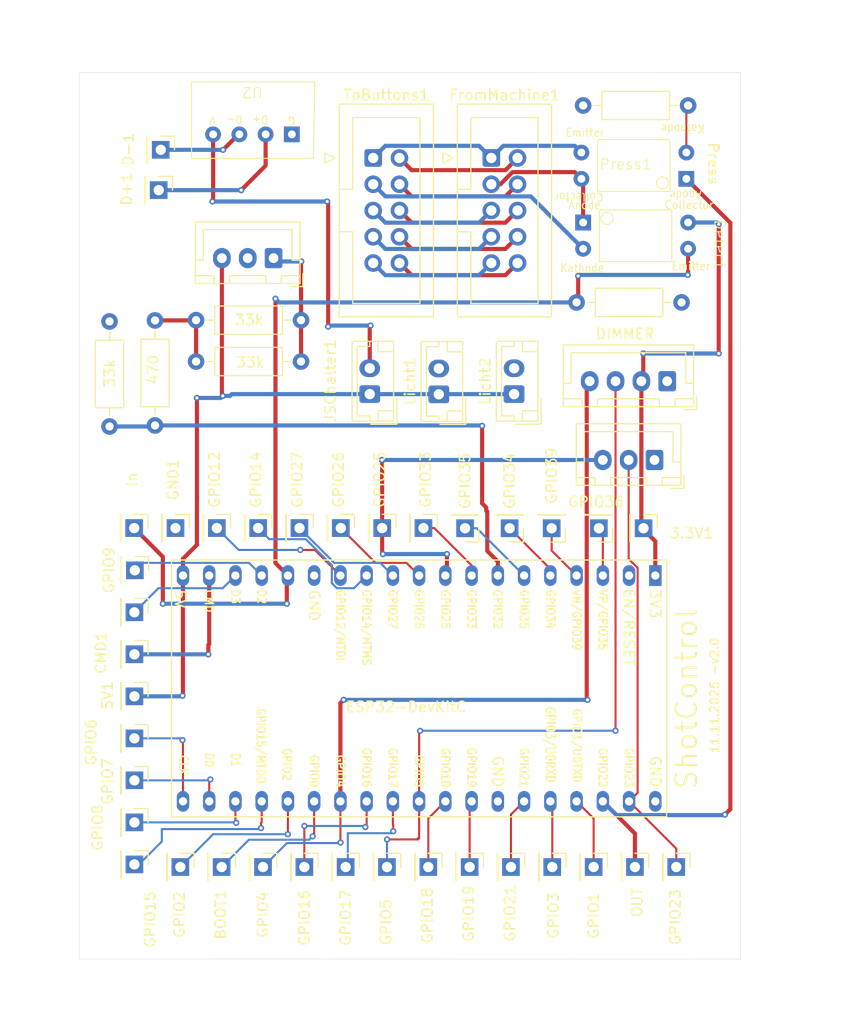
<source format=kicad_pcb>
(kicad_pcb (version 20240108) (generator "pcbnew") (generator_version "8.0")
  (title_block (title "Smart_Espresso_V0.1"))
  (layers (0 "F.Cu" signal "Front") (1 "In1.Cu" signal) (2 "In2.Cu" signal) (31 "B.Cu" signal "Back") (34 "B.Paste" user) (35 "F.Paste" user) (36 "B.SilkS" user "B.Silkscreen") (37 "F.SilkS" user "F.Silkscreen") (38 "B.Mask" user) (39 "F.Mask" user) (44 "Edge.Cuts" user))
  (net 0 "")
  (net 1 "+3.3V")
  (net 2 "Net-(Detect1-Anode)")
  (net 3 "IN")
  (net 4 "Net-(Detect1-Cathode)")
  (net 5 "+5V")
  (net 6 "GND")
  (net 7 "Net-(J1-Pin_1)")
  (net 8 "Net-(BOOT1-Pin_1)")
  (net 9 "Net-(CMD1-Pin_1)")
  (net 10 "Net-(D+1-Pin_1)")
  (net 11 "Net-(D-1-Pin_1)")
  (net 12 "Net-(FromMachine1-Pin_1)")
  (net 13 "Net-(FromMachine1-Pin_5)")
  (net 14 "Net-(FromMachine1-Pin_9)")
  (net 15 "Net-(FromMachine1-Pin_7)")
  (net 16 "Net-(FromMachine1-Pin_10)")
  (net 17 "Net-(FromMachine1-Pin_4)")
  (net 18 "Net-(FromMachine1-Pin_6)")
  (net 19 "Net-(FromMachine1-Pin_8)")
  (net 20 "Net-(FromMachine1-Pin_2)")
  (net 21 "Net-(GPIO1-Pin_1)")
  (net 22 "Net-(GPIO2-Pin_1)")
  (net 23 "Net-(GPIO3-Pin_1)")
  (net 24 "Net-(GPIO6-Pin_1)")
  (net 25 "Net-(GPIO7-Pin_1)")
  (net 26 "Net-(GPIO8-Pin_1)")
  (net 27 "Net-(GPIO9-Pin_1)")
  (net 28 "Net-(GPIO10-Pin_1)")
  (net 29 "Net-(GPIO12-Pin_1)")
  (net 30 "Net-(GPIO14-Pin_1)")
  (net 31 "Net-(GPIO15-Pin_1)")
  (net 32 "Net-(GPIO16-Pin_1)")
  (net 33 "Net-(GPIO17-Pin_1)")
  (net 34 "Net-(GPIO18-Pin_1)")
  (net 35 "Net-(GPIO19-Pin_1)")
  (net 36 "Net-(GPIO21-Pin_1)")
  (net 37 "Net-(GPIO23-Pin_1)")
  (net 38 "Net-(GPIO25-Pin_1)")
  (net 39 "Net-(GPIO26-Pin_1)")
  (net 40 "Net-(GPIO27-Pin_1)")
  (net 41 "Net-(GPIO33-Pin_1)")
  (net 42 "Net-(GPIO34-Pin_1)")
  (net 43 "Net-(GPIO35-Pin_1)")
  (net 44 "Net-(GPIO36-Pin_1)")
  (net 45 "Net-(GPIO39-Pin_1)")
  (net 46 "Net-(Press1-Cathode)")
  (net 47 "OUT")
  (net 48 "Net-(RSP_01_1-Pad2)")
  (net 49 "Drucksensor")
  (net 50 "ZeroCross")
  (net 51 "PWM")
  (net 52 "Net-(JSChalter1-Pin_2)")
  (footprint "Resistor_THT:R_Axial_DIN0207_L6.3mm_D2.5mm_P10.16mm_Horizontal" (layer "F.Cu") (at 219.075 100.775 180)
    (property "Reference" "RSP_01_2" (hide yes))
    (property "Value" "33k")
  )
  (footprint "Connector_PinHeader_2.54mm:PinHeader_1x01_P2.54mm_Vertical" (layer "F.Cu") (at 235.394 153.67 -90)
    (property "Reference" "GPIO19")
    (property "Value" "Conn_01x01_Socket" (hide yes))
  )
  (footprint "Resistor_THT:R_Axial_DIN0207_L6.3mm_D2.5mm_P10.16mm_Horizontal" (layer "F.Cu") (at 255.905 99.06 180)
    (property "Reference" "R_GND2" (hide yes))
    (property "Value" "22k")
  )
  (footprint "Connector_PinHeader_2.54mm:PinHeader_1x01_P2.54mm_Vertical" (layer "F.Cu") (at 247.904 120.904 180)
    (property "Reference" "GPIO36")
    (property "Value" "Conn_01x01_Socket" (hide yes))
  )
  (footprint "Connector_PinHeader_2.54mm:PinHeader_1x01_P2.54mm_Vertical" (layer "F.Cu") (at 251.394 153.67 -90)
    (property "Reference" "OUT")
    (property "Value" "Conn_01x01_Socket" (hide yes))
  )
  (footprint "Connector_PinHeader_2.54mm:PinHeader_1x01_P2.54mm_Vertical" (layer "F.Cu") (at 231.394 153.67 -90)
    (property "Reference" "GPIO18")
    (property "Value" "Conn_01x01_Socket" (hide yes))
  )
  (footprint "Connector_JST:JST_EH_B2B-EH-A_1x02_P2.50mm_Vertical" (layer "F.Cu") (at 225.725 107.93 90)
    (property "Reference" "JSChalter1")
    (property "Value" "Conn_01x02_Socket" (hide yes))
  )
  (footprint "Connector_PinHeader_2.54mm:PinHeader_1x01_P2.54mm_Vertical" (layer "F.Cu") (at 202.946 149.352 -90)
    (property "Reference" "GPIO8")
    (property "Value" "Conn_01x01_Socket" (hide yes))
  )
  (footprint "Connector_PinHeader_2.54mm:PinHeader_1x01_P2.54mm_Vertical" (layer "F.Cu") (at 210.925 120.886 -90)
    (property "Reference" "GPIO12")
    (property "Value" "Conn_01x01_Socket" (hide yes))
  )
  (footprint "Connector_PinHeader_2.54mm:PinHeader_1x01_P2.54mm_Vertical" (layer "F.Cu") (at 223.394 153.67 -90)
    (property "Reference" "GPIO17")
    (property "Value" "Conn_01x01_Socket" (hide yes))
  )
  (footprint "Resistor_THT:R_Axial_DIN0207_L6.3mm_D2.5mm_P10.16mm_Horizontal" (layer "F.Cu") (at 219.075 104.775 180)
    (property "Reference" "RSP_01_1" (hide yes))
    (property "Value" "33k")
  )
  (footprint "Resistor_THT:R_Axial_DIN0207_L6.3mm_D2.5mm_P10.16mm_Horizontal" (layer "F.Cu") (at 204.940001 100.800001 -90)
    (property "Reference" "RSP_2" (hide yes))
    (property "Value" "470")
  )
  (footprint "Connector_PinHeader_2.54mm:PinHeader_1x01_P2.54mm_Vertical" (layer "F.Cu") (at 239.268 120.904 180)
    (property "Reference" "GPIO34")
    (property "Value" "Conn_01x01_Socket" (hide yes))
  )
  (footprint "Connector_PinHeader_2.54mm:PinHeader_1x01_P2.54mm_Vertical" (layer "F.Cu") (at 202.946 129.032 -90)
    (property "Reference" "GPIO10" (hide yes))
    (property "Value" "Conn_01x01_Socket" (hide yes))
  )
  (footprint "Connector_PinHeader_2.54mm:PinHeader_1x01_P2.54mm_Vertical" (layer "F.Cu") (at 234.95 120.904 180)
    (property "Reference" "GPIO35")
    (property "Value" "Conn_01x01_Socket" (hide yes))
  )
  (footprint "Connector_JST:JST_EH_B2B-EH-A_1x02_P2.50mm_Vertical" (layer "F.Cu") (at 239.695 107.93 90)
    (property "Reference" "Licht2")
    (property "Value" "Conn_01x02_Socket" (hide yes))
  )
  (footprint "Connector_PinHeader_2.54mm:PinHeader_1x01_P2.54mm_Vertical" (layer "F.Cu") (at 247.394 153.67 -90)
    (property "Reference" "GPIO1")
    (property "Value" "Conn_01x01_Socket" (hide yes))
  )
  (footprint "Connector_PinHeader_2.54mm:PinHeader_1x01_P2.54mm_Vertical" (layer "F.Cu") (at 206.925 120.886 -90)
    (property "Reference" "GND1")
    (property "Value" "Conn_01x01_Socket" (hide yes))
  )
  (footprint "Connector_PinHeader_2.54mm:PinHeader_1x01_P2.54mm_Vertical" (layer "F.Cu") (at 205.5 84.3 -90)
    (property "Reference" "D-1")
    (property "Value" "Conn_01x01_Socket" (hide yes))
  )
  (footprint "Connector_PinHeader_2.54mm:PinHeader_1x01_P2.54mm_Vertical" (layer "F.Cu") (at 207.394 153.67 -90)
    (property "Reference" "GPIO2")
    (property "Value" "Conn_01x01_Socket" (hide yes))
  )
  (footprint "Connector_PinHeader_2.54mm:PinHeader_1x01_P2.54mm_Vertical" (layer "F.Cu") (at 222.925 120.886 -90)
    (property "Reference" "GPIO26")
    (property "Value" "Conn_01x01_Socket" (hide yes))
  )
  (footprint "Connector_PinHeader_2.54mm:PinHeader_1x01_P2.54mm_Vertical" (layer "F.Cu") (at 202.946 141.224 -90)
    (property "Reference" "GPIO6")
    (property "Value" "Conn_01x01_Socket" (hide yes))
  )
  (footprint "Connector_PinHeader_2.54mm:PinHeader_1x01_P2.54mm_Vertical" (layer "F.Cu") (at 205.3 88.2 -90)
    (property "Reference" "D+1")
    (property "Value" "Conn_01x01_Socket" (hide yes))
  )
  (footprint "Connector_PinHeader_2.54mm:PinHeader_1x01_P2.54mm_Vertical" (layer "F.Cu") (at 219.394 153.67 -90)
    (property "Reference" "GPIO16")
    (property "Value" "Conn_01x01_Socket" (hide yes))
  )
  (footprint "Connector_IDC:IDC-Header_2x05_P2.54mm_Vertical" (layer "F.Cu") (at 226.06 85.09)
    (property "Reference" "ToButtons1")
    (property "Value" "Conn_01x10_Socket" (hide yes))
  )
  (footprint "Connector_JST:JST_EH_B2B-EH-A_1x02_P2.50mm_Vertical" (layer "F.Cu") (at 232.41 107.95 90)
    (property "Reference" "Licht1")
    (property "Value" "Conn_01x02_Socket" (hide yes))
  )
  (footprint "myLib:HCPL-817" (layer "F.Cu") (at 251.29 92.71 -90)
    (property "Reference" "Detect")
    (property "Value" "~")
  )
  (footprint "Connector_PinHeader_2.54mm:PinHeader_1x01_P2.54mm_Vertical" (layer "F.Cu") (at 252.222 120.904 -90)
    (property "Reference" "3.3V1")
    (property "Value" "Conn_01x01_Socket" (hide yes))
  )
  (footprint "Connector_PinHeader_2.54mm:PinHeader_1x01_P2.54mm_Vertical" (layer "F.Cu") (at 202.946 133.096 -90)
    (property "Reference" "CMD1")
    (property "Value" "Conn_01x01_Socket" (hide yes))
  )
  (footprint "Connector_JST:JST_XH_B3B-XH-A_1x03_P2.50mm_Vertical" (layer "F.Cu") (at 253.285 114.3 180)
    (property "Reference" "J2" (hide yes))
    (property "Value" "Encoder")
  )
  (footprint "Connector_PinHeader_2.54mm:PinHeader_1x01_P2.54mm_Vertical" (layer "F.Cu") (at 230.925 120.886 -90)
    (property "Reference" "GPIO33")
    (property "Value" "Conn_01x01_Socket" (hide yes))
  )
  (footprint "Connector_PinHeader_2.54mm:PinHeader_1x01_P2.54mm_Vertical" (layer "F.Cu") (at 243.332 120.904 180)
    (property "Reference" "GPIO39")
    (property "Value" "Conn_01x01_Socket" (hide yes))
  )
  (footprint "myLib:USB-C zu DIP PCB" (layer "F.Cu") (at 214.376 77.724 180)
    (property "Reference" "U2")
    (property "Value" "USB-C")
  )
  (footprint "myLib:HCPL-817" (layer "F.Cu") (at 251.46 85.725 90)
    (property "Reference" "Press1")
    (property "Value" "~")
  )
  (footprint "myLib:ESP32-DevKitC" (layer "F.Cu") (at 253.365 125.476 -90)
    (property "Reference" "U1" (hide yes))
    (property "Value" "ESP32-DevKitC")
  )
  (footprint "Connector_PinHeader_2.54mm:PinHeader_1x01_P2.54mm_Vertical" (layer "F.Cu") (at 255.394 153.67 -90)
    (property "Reference" "GPIO23")
    (property "Value" "Conn_01x01_Socket" (hide yes))
  )
  (footprint "Connector_IDC:IDC-Header_2x05_P2.54mm_Vertical" (layer "F.Cu") (at 237.49 85.09)
    (property "Reference" "FromMachine1")
    (property "Value" "Conn_01x10_Socket" (hide yes))
  )
  (footprint "Resistor_THT:R_Axial_DIN0207_L6.3mm_D2.5mm_P10.16mm_Horizontal" (layer "F.Cu") (at 256.54 80.01 180)
    (property "Reference" "R_GND1" (hide yes))
    (property "Value" "22k")
  )
  (footprint "Connector_PinHeader_2.54mm:PinHeader_1x01_P2.54mm_Vertical" (layer "F.Cu") (at 227.394 153.67 -90)
    (property "Reference" "GPIO5")
    (property "Value" "Conn_01x01_Socket" (hide yes))
  )
  (footprint "Connector_PinHeader_2.54mm:PinHeader_1x01_P2.54mm_Vertical" (layer "F.Cu") (at 218.925 120.886 -90)
    (property "Reference" "GPIO27")
    (property "Value" "Conn_01x01_Socket" (hide yes))
  )
  (footprint "Connector_PinHeader_2.54mm:PinHeader_1x01_P2.54mm_Vertical" (layer "F.Cu") (at 226.925 120.886 -90)
    (property "Reference" "GPIO25")
    (property "Value" "Conn_01x01_Socket" (hide yes))
  )
  (footprint "Connector_PinHeader_2.54mm:PinHeader_1x01_P2.54mm_Vertical" (layer "F.Cu") (at 202.946 137.16 -90)
    (property "Reference" "5V1")
    (property "Value" "Conn_01x01_Socket" (hide yes))
  )
  (footprint "Connector_PinHeader_2.54mm:PinHeader_1x01_P2.54mm_Vertical" (layer "F.Cu") (at 239.394 153.67 -90)
    (property "Reference" "GPIO21")
    (property "Value" "Conn_01x01_Socket" (hide yes))
  )
  (footprint "Connector_JST:JST_XH_B3B-XH-A_1x03_P2.50mm_Vertical" (layer "F.Cu") (at 216.415 94.775 180)
    (property "Reference" "J1" (hide yes))
    (property "Value" "DRUCKSENSOR")
  )
  (footprint "Connector_PinHeader_2.54mm:PinHeader_1x01_P2.54mm_Vertical" (layer "F.Cu") (at 211.394 153.67 -90)
    (property "Reference" "BOOT1")
    (property "Value" "Conn_01x01_Socket" (hide yes))
  )
  (footprint "Resistor_THT:R_Axial_DIN0207_L6.3mm_D2.5mm_P10.16mm_Horizontal" (layer "F.Cu") (at 200.540001 111.060001 90)
    (property "Reference" "RSP_3" (hide yes))
    (property "Value" "33k")
  )
  (footprint "Connector_PinHeader_2.54mm:PinHeader_1x01_P2.54mm_Vertical" (layer "F.Cu") (at 215.394 153.67 -90)
    (property "Reference" "GPIO4")
    (property "Value" "Conn_01x01_Socket" (hide yes))
  )
  (footprint "Connector_PinHeader_2.54mm:PinHeader_1x01_P2.54mm_Vertical" (layer "F.Cu") (at 202.946 145.288 -90)
    (property "Reference" "GPIO7")
    (property "Value" "Conn_01x01_Socket" (hide yes))
  )
  (footprint "Connector_PinHeader_2.54mm:PinHeader_1x01_P2.54mm_Vertical" (layer "F.Cu") (at 202.946 153.416 -90)
    (property "Reference" "GPIO15")
    (property "Value" "Conn_01x01_Socket" (hide yes))
  )
  (footprint "Connector_PinHeader_2.54mm:PinHeader_1x01_P2.54mm_Vertical" (layer "F.Cu") (at 243.394 153.67 -90)
    (property "Reference" "GPIO3")
    (property "Value" "Conn_01x01_Socket" (hide yes))
  )
  (footprint "Connector_PinHeader_2.54mm:PinHeader_1x01_P2.54mm_Vertical" (layer "F.Cu") (at 202.925 120.886 -90)
    (property "Reference" "In")
    (property "Value" "Conn_01x01_Socket" (hide yes))
  )
  (footprint "Connector_PinHeader_2.54mm:PinHeader_1x01_P2.54mm_Vertical" (layer "F.Cu") (at 214.925 120.886 -90)
    (property "Reference" "GPIO14")
    (property "Value" "Conn_01x01_Socket" (hide yes))
  )
  (footprint "Connector_JST:JST_XH_B4B-XH-A_1x04_P2.50mm_Vertical" (layer "F.Cu") (at 254.515 106.68 180)
    (property "Reference" "DIMMER")
    (property "Value" "Conn_01x04_Socket" (hide yes))
  )
  (footprint "Connector_PinHeader_2.54mm:PinHeader_1x01_P2.54mm_Vertical" (layer "F.Cu") (at 202.985 124.968 -90)
    (property "Reference" "GPIO9")
    (property "Value" "Conn_01x01_Socket" (hide yes))
  )
  (gr_line (start 197.625 162.56) (end 261.62 162.575) (stroke (width 0.0381)) (layer "Edge.Cuts"))
  (gr_line (start 197.625 76.82) (end 197.625 162.56) (stroke (width 0.0381)) (layer "Edge.Cuts"))
  (gr_line (start 261.62 76.835) (end 197.625 76.82) (stroke (width 0.0381)) (layer "Edge.Cuts"))
  (gr_line (start 261.62 162.575) (end 261.62 76.835) (stroke (width 0.0381)) (layer "Edge.Cuts"))
  (gr_text "470" (at 205.340001 107.080001 90) (layer "F.SilkS") (effects (font (size 1 1) (thickness 0.1524) (bold yes)) (justify left bottom)))
  (gr_text "ShotControl" (at 257.556 146.304 90) (layer "F.SilkS") (effects (font (size 2 2) (thickness 0.2)) (justify left bottom)))
  (gr_text "33k" (at 201.140001 107.380001 90) (layer "F.SilkS") (effects (font (size 1 1) (thickness 0.1524) (bold yes)) (justify left bottom)))
  (gr_text "33k" (at 212.595 101.335 0) (layer "F.SilkS") (effects (font (size 1 1) (thickness 0.1524) (bold yes)) (justify left bottom)))
  (gr_text "Press" (at 258.4 83.5 -90) (layer "F.SilkS") (effects (font (size 1 1) (thickness 0.1524) (bold yes)) (justify left bottom)))
  (gr_text "33k" (at 212.695 105.435 0) (layer "F.SilkS") (effects (font (size 1 1) (thickness 0.1524) (bold yes)) (justify left bottom)))
  (gr_text "11.11.2025 -v2.0\n" (at 259.588 142.748 90) (layer "F.SilkS") (effects (font (size 0.8128 0.8128) (thickness 0.1524) (bold yes)) (justify left bottom)))
  (segment (start 252.015 120.697) (end 252.222 120.904) (width 0.4) (layer "F.Cu") (net 1))
  (segment (start 259.5 91.5) (end 259.5 104) (width 0.4) (layer "F.Cu") (net 1))
  (segment (start 252.222 121.022) (end 253.365 122.165) (width 0.4) (layer "F.Cu") (net 1))
  (segment (start 252.2 106.495) (end 252.015 106.68) (width 0.4) (layer "F.Cu") (net 1))
  (segment (start 252.015 106.68) (end 252.015 120.697) (width 0.4) (layer "F.Cu") (net 1))
  (segment (start 253.365 122.165) (end 253.365 125.476) (width 0.4) (layer "F.Cu") (net 1))
  (segment (start 252.222 120.904) (end 252.222 121.022) (width 0.4) (layer "F.Cu") (net 1))
  (segment (start 252.2 104) (end 252.2 106.495) (width 0.4) (layer "F.Cu") (net 1))
  (via (at 259.5 91.5) (size 0.6) (drill 0.3) (layers "F.Cu" "B.Cu") (net 1))
  (via (at 252.2 104) (size 0.6) (drill 0.3) (layers "F.Cu" "B.Cu") (net 1))
  (via (at 259.5 104) (size 0.6) (drill 0.3) (layers "F.Cu" "B.Cu") (net 1))
  (segment (start 256.54 91.33) (end 259.33 91.33) (width 0.4) (layer "B.Cu") (net 1))
  (segment (start 259.5 104) (end 252.2 104) (width 0.4) (layer "B.Cu") (net 1))
  (segment (start 259.33 91.33) (end 259.5 91.5) (width 0.4) (layer "B.Cu") (net 1))
  (segment (start 239.54247 86.453) (end 245.558 86.453) (width 0.4) (layer "F.Cu") (net 2))
  (segment (start 237.49 87.63) (end 238.36547 87.63) (width 0.4) (layer "F.Cu") (net 2))
  (segment (start 238.36547 87.63) (end 239.54247 86.453) (width 0.4) (layer "F.Cu") (net 2))
  (segment (start 245.558 86.453) (end 246.21 87.105) (width 0.4) (layer "F.Cu") (net 2))
  (segment (start 246.38 87.275) (end 246.21 87.105) (width 0.4) (layer "F.Cu") (net 2))
  (segment (start 246.38 91.33) (end 246.38 87.275) (width 0.4) (layer "F.Cu") (net 2))
  (segment (start 256.54 96.36) (end 256.5 96.4) (width 0.4) (layer "F.Cu") (net 3))
  (segment (start 202.925 120.886) (end 205.7 123.661) (width 0.4) (layer "F.Cu") (net 3))
  (segment (start 216.6 124.271) (end 217.805 125.476) (width 0.4) (layer "F.Cu") (net 3))
  (segment (start 216.6 98.7) (end 216.6 124.271) (width 0.4) (layer "F.Cu") (net 3))
  (segment (start 217.7 128.2) (end 217.7 125.581) (width 0.4) (layer "F.Cu") (net 3))
  (segment (start 217.7 125.581) (end 217.805 125.476) (width 0.4) (layer "F.Cu") (net 3))
  (segment (start 245.9 98.905) (end 245.745 99.06) (width 0.4) (layer "F.Cu") (net 3))
  (segment (start 205.7 123.661) (end 205.7 128.2) (width 0.4) (layer "F.Cu") (net 3))
  (segment (start 256.54 93.87) (end 256.54 96.36) (width 0.4) (layer "F.Cu") (net 3))
  (segment (start 245.9 96.5) (end 245.9 98.905) (width 0.4) (layer "F.Cu") (net 3))
  (via (at 217.7 128.2) (size 0.6) (drill 0.3) (layers "F.Cu" "B.Cu") (net 3))
  (via (at 256.5 96.4) (size 0.6) (drill 0.3) (layers "F.Cu" "B.Cu") (net 3))
  (via (at 205.7 128.2) (size 0.6) (drill 0.3) (layers "F.Cu" "B.Cu") (net 3))
  (via (at 216.6 98.7) (size 0.6) (drill 0.3) (layers "F.Cu" "B.Cu") (net 3))
  (via (at 245.9 96.5) (size 0.6) (drill 0.3) (layers "F.Cu" "B.Cu") (net 3))
  (segment (start 245.745 99.06) (end 216.96 99.06) (width 0.4) (layer "B.Cu") (net 3))
  (segment (start 256.5 96.4) (end 246 96.4) (width 0.4) (layer "B.Cu") (net 3))
  (segment (start 246 96.4) (end 245.9 96.5) (width 0.4) (layer "B.Cu") (net 3))
  (segment (start 205.7 128.2) (end 217.7 128.2) (width 0.4) (layer "B.Cu") (net 3))
  (segment (start 216.96 99.06) (end 216.6 98.7) (width 0.4) (layer "B.Cu") (net 3))
  (segment (start 241.317 88.807) (end 246.38 93.87) (width 0.4) (layer "B.Cu") (net 4))
  (segment (start 226.06 87.63) (end 227.237 88.807) (width 0.4) (layer "B.Cu") (net 4))
  (segment (start 227.237 88.807) (end 241.317 88.807) (width 0.4) (layer "B.Cu") (net 4))
  (segment (start 211.415 108.015) (end 211.5 108.1) (width 0.4) (layer "F.Cu") (net 5))
  (segment (start 207.6 137.1) (end 207.645 137.055) (width 0.4) (layer "F.Cu") (net 5))
  (segment (start 208.9 122.6) (end 209 122.5) (width 0.4) (layer "F.Cu") (net 5))
  (segment (start 207.645 123.855) (end 208.9 122.6) (width 0.4) (layer "F.Cu") (net 5))
  (segment (start 207.645 125.476) (end 207.645 123.855) (width 0.4) (layer "F.Cu") (net 5))
  (segment (start 209 117.8) (end 209 108.3) (width 0.4) (layer "F.Cu") (net 5))
  (segment (start 209 122.5) (end 209 117.8) (width 0.4) (layer "F.Cu") (net 5))
  (segment (start 207.645 137.055) (end 207.645 125.476) (width 0.4) (layer "F.Cu") (net 5))
  (segment (start 211.415 94.775) (end 211.415 108.015) (width 0.4) (layer "F.Cu") (net 5))
  (via (at 211.5 108.1) (size 0.6) (drill 0.3) (layers "F.Cu" "B.Cu") (net 5))
  (via (at 209 108.3) (size 0.6) (drill 0.3) (layers "F.Cu" "B.Cu") (net 5))
  (via (at 207.6 137.1) (size 0.6) (drill 0.3) (layers "F.Cu" "B.Cu") (net 5))
  (segment (start 211.5 108.1) (end 212.2 108.1) (width 0.4) (layer "B.Cu") (net 5))
  (segment (start 211.3 108.3) (end 211.5 108.1) (width 0.4) (layer "B.Cu") (net 5))
  (segment (start 207.54 137.16) (end 207.6 137.1) (width 0.4) (layer "B.Cu") (net 5))
  (segment (start 212.2 108.1) (end 212.37 107.93) (width 0.4) (layer "B.Cu") (net 5))
  (segment (start 225.725 107.93) (end 232.39 107.93) (width 0.4) (layer "B.Cu") (net 5))
  (segment (start 212.37 107.93) (end 225.725 107.93) (width 0.4) (layer "B.Cu") (net 5))
  (segment (start 232.41 107.95) (end 232.55 107.95) (width 0.4) (layer "B.Cu") (net 5))
  (segment (start 232.39 107.93) (end 232.41 107.95) (width 0.4) (layer "B.Cu") (net 5))
  (segment (start 209 108.3) (end 211.3 108.3) (width 0.4) (layer "B.Cu") (net 5))
  (segment (start 202.946 137.16) (end 207.54 137.16) (width 0.4) (layer "B.Cu") (net 5))
  (segment (start 232.57 107.93) (end 239.695 107.93) (width 0.4) (layer "B.Cu") (net 5))
  (segment (start 232.55 107.95) (end 232.57 107.93) (width 0.4) (layer "B.Cu") (net 5))
  (segment (start 219.075 100.775) (end 219.075 95.125) (width 0.4) (layer "F.Cu") (net 7))
  (segment (start 219.075 100.775) (end 219.075 104.775) (width 0.4) (layer "F.Cu") (net 7))
  (segment (start 219.075 95.125) (end 219.1 95.1) (width 0.4) (layer "F.Cu") (net 7))
  (via (at 219.1 95.1) (size 0.6) (drill 0.3) (layers "F.Cu" "B.Cu") (net 7))
  (segment (start 219.1 95.1) (end 216.74 95.1) (width 0.4) (layer "B.Cu") (net 7))
  (segment (start 216.74 95.1) (end 216.415 94.775) (width 0.4) (layer "B.Cu") (net 7))
  (segment (start 220.345 150.555) (end 220.345 147.32) (width 0.2) (layer "F.Cu") (net 8))
  (segment (start 220.2 150.7) (end 220.345 150.555) (width 0.2) (layer "F.Cu") (net 8))
  (via (at 220.2 150.7) (size 0.6) (drill 0.3) (layers "F.Cu" "B.Cu") (net 8))
  (segment (start 211.394 153.67) (end 214.037 151.027) (width 0.2) (layer "B.Cu") (net 8))
  (segment (start 219.873 151.027) (end 220.2 150.7) (width 0.2) (layer "B.Cu") (net 8))
  (segment (start 214.037 151.027) (end 219.873 151.027) (width 0.2) (layer "B.Cu") (net 8))
  (segment (start 210.1 132.2) (end 210.185 132.115) (width 0.4) (layer "F.Cu") (net 9))
  (segment (start 210.185 132.115) (end 210.185 125.476) (width 0.4) (layer "F.Cu") (net 9))
  (segment (start 210.1 133.1) (end 210.1 132.2) (width 0.4) (layer "F.Cu") (net 9))
  (via (at 210.1 133.1) (size 0.6) (drill 0.3) (layers "F.Cu" "B.Cu") (net 9))
  (segment (start 202.946 133.096) (end 210.096 133.096) (width 0.4) (layer "B.Cu") (net 9))
  (segment (start 210.096 133.096) (end 210.1 133.1) (width 0.4) (layer "B.Cu") (net 9))
  (segment (start 215.646 85.834) (end 213.28 88.2) (width 0.4) (layer "F.Cu") (net 10))
  (segment (start 215.646 82.804) (end 215.646 85.834) (width 0.4) (layer "F.Cu") (net 10))
  (via (at 213.28 88.2) (size 0.6) (drill 0.3) (layers "F.Cu" "B.Cu") (net 10))
  (segment (start 205.3 88.2) (end 213.28 88.2) (width 0.4) (layer "B.Cu") (net 10))
  (segment (start 213.026 82.804) (end 211.53 84.3) (width 0.4) (layer "F.Cu") (net 11))
  (segment (start 213.106 82.804) (end 213.026 82.804) (width 0.4) (layer "F.Cu") (net 11))
  (via (at 211.53 84.3) (size 0.6) (drill 0.3) (layers "F.Cu" "B.Cu") (net 11))
  (segment (start 205.5 84.3) (end 211.53 84.3) (width 0.4) (layer "B.Cu") (net 11))
  (segment (start 227.237 83.913) (end 236.313 83.913) (width 0.4) (layer "B.Cu") (net 12))
  (segment (start 238.667 83.913) (end 245.558 83.913) (width 0.4) (layer "B.Cu") (net 12))
  (segment (start 236.313 83.913) (end 237.49 85.09) (width 0.4) (layer "B.Cu") (net 12))
  (segment (start 245.558 83.913) (end 246.21 84.565) (width 0.4) (layer "B.Cu") (net 12))
  (segment (start 237.49 85.09) (end 238.667 83.913) (width 0.4) (layer "B.Cu") (net 12))
  (segment (start 226.06 85.09) (end 227.237 83.913) (width 0.4) (layer "B.Cu") (net 12))
  (segment (start 236.313 91.347) (end 237.49 90.17) (width 0.4) (layer "B.Cu") (net 13))
  (segment (start 227.237 91.347) (end 236.313 91.347) (width 0.4) (layer "B.Cu") (net 13))
  (segment (start 226.06 90.17) (end 227.237 91.347) (width 0.4) (layer "B.Cu") (net 13))
  (segment (start 226.06 95.25) (end 227.237 96.427) (width 0.4) (layer "B.Cu") (net 14))
  (segment (start 236.313 96.427) (end 237.49 95.25) (width 0.4) (layer "B.Cu") (net 14))
  (segment (start 227.237 96.427) (end 236.313 96.427) (width 0.4) (layer "B.Cu") (net 14))
  (segment (start 226.06 92.71) (end 227.237 93.887) (width 0.4) (layer "B.Cu") (net 15))
  (segment (start 227.237 93.887) (end 236.313 93.887) (width 0.4) (layer "B.Cu") (net 15))
  (segment (start 236.313 93.887) (end 237.49 92.71) (width 0.4) (layer "B.Cu") (net 15))
  (segment (start 228.6 95.25) (end 229.777 96.427) (width 0.4) (layer "F.Cu") (net 16))
  (segment (start 229.777 96.427) (end 238.853 96.427) (width 0.4) (layer "F.Cu") (net 16))
  (segment (start 238.853 96.427) (end 240.03 95.25) (width 0.4) (layer "F.Cu") (net 16))
  (segment (start 228.6 87.63) (end 229.777 88.807) (width 0.4) (layer "F.Cu") (net 17))
  (segment (start 229.777 88.807) (end 238.853 88.807) (width 0.4) (layer "F.Cu") (net 17))
  (segment (start 238.853 88.807) (end 240.03 87.63) (width 0.4) (layer "F.Cu") (net 17))
  (segment (start 228.6 90.17) (end 229.777 91.347) (width 0.4) (layer "F.Cu") (net 18))
  (segment (start 238.853 91.347) (end 240.03 90.17) (width 0.4) (layer "F.Cu") (net 18))
  (segment (start 229.777 91.347) (end 238.853 91.347) (width 0.4) (layer "F.Cu") (net 18))
  (segment (start 229.777 93.887) (end 238.853 93.887) (width 0.4) (layer "F.Cu") (net 19))
  (segment (start 228.6 92.71) (end 229.777 93.887) (width 0.4) (layer "F.Cu") (net 19))
  (segment (start 238.853 93.887) (end 240.03 92.71) (width 0.4) (layer "F.Cu") (net 19))
  (segment (start 238.853 86.267) (end 229.777 86.267) (width 0.4) (layer "F.Cu") (net 20))
  (segment (start 229.777 86.267) (end 228.6 85.09) (width 0.4) (layer "F.Cu") (net 20))
  (segment (start 240.03 85.09) (end 238.853 86.267) (width 0.4) (layer "F.Cu") (net 20))
  (segment (start 247.394 148.969) (end 245.745 147.32) (width 0.2) (layer "F.Cu") (net 21))
  (segment (start 247.394 153.67) (end 247.394 148.969) (width 0.2) (layer "F.Cu") (net 21))
  (segment (start 217.8 150.5) (end 217.805 150.495) (width 0.2) (layer "F.Cu") (net 22))
  (segment (start 217.805 150.495) (end 217.805 147.32) (width 0.2) (layer "F.Cu") (net 22))
  (via (at 217.8 150.5) (size 0.6) (drill 0.3) (layers "F.Cu" "B.Cu") (net 22))
  (segment (start 207.394 153.67) (end 210.564 150.5) (width 0.2) (layer "B.Cu") (net 22))
  (segment (start 210.564 150.5) (end 217.8 150.5) (width 0.2) (layer "B.Cu") (net 22))
  (segment (start 243.394 153.67) (end 243.394 147.509) (width 0.2) (layer "F.Cu") (net 23))
  (segment (start 243.394 147.509) (end 243.205 147.32) (width 0.2) (layer "F.Cu") (net 23))
  (segment (start 207.64772 141.44772) (end 207.64772 147.31632) (width 0.2) (layer "F.Cu") (net 24))
  (segment (start 207.6 141.4) (end 207.64772 141.44772) (width 0.2) (layer "F.Cu") (net 24))
  (via (at 207.6 141.4) (size 0.6) (drill 0.3) (layers "F.Cu" "B.Cu") (net 24))
  (segment (start 202.946 141.224) (end 207.424 141.224) (width 0.2) (layer "B.Cu") (net 24))
  (segment (start 207.424 141.224) (end 207.6 141.4) (width 0.2) (layer "B.Cu") (net 24))
  (segment (start 210.18772 145.31228) (end 210.18772 147.31632) (width 0.2) (layer "F.Cu") (net 25))
  (segment (start 210.3 145.2) (end 210.18772 145.31228) (width 0.2) (layer "F.Cu") (net 25))
  (via (at 210.3 145.2) (size 0.6) (drill 0.3) (layers "F.Cu" "B.Cu") (net 25))
  (segment (start 210.212 145.288) (end 210.3 145.2) (width 0.2) (layer "B.Cu") (net 25))
  (segment (start 202.946 145.288) (end 210.212 145.288) (width 0.2) (layer "B.Cu") (net 25))
  (segment (start 212.8 149.4) (end 212.725 149.325) (width 0.2) (layer "F.Cu") (net 26))
  (segment (start 212.725 149.325) (end 212.725 147.32) (width 0.2) (layer "F.Cu") (net 26))
  (via (at 212.8 149.4) (size 0.6) (drill 0.3) (layers "F.Cu" "B.Cu") (net 26))
  (segment (start 202.946 149.352) (end 212.752 149.352) (width 0.2) (layer "B.Cu") (net 26))
  (segment (start 212.752 149.352) (end 212.8 149.4) (width 0.2) (layer "B.Cu") (net 26))
  (segment (start 203.704 124.249) (end 214.038 124.249) (width 0.2) (layer "B.Cu") (net 27))
  (segment (start 202.985 124.968) (end 203.704 124.249) (width 0.2) (layer "B.Cu") (net 27))
  (segment (start 214.038 124.249) (end 215.265 125.476) (width 0.2) (layer "B.Cu") (net 27))
  (segment (start 202.946 129.032) (end 205.275 126.703) (width 0.2) (layer "B.Cu") (net 28))
  (segment (start 211.498 126.703) (end 212.725 125.476) (width 0.2) (layer "B.Cu") (net 28))
  (segment (start 205.275 126.703) (end 211.498 126.703) (width 0.2) (layer "B.Cu") (net 28))
  (segment (start 220.409 123) (end 222.885 125.476) (width 0.2) (layer "F.Cu") (net 29))
  (segment (start 219 123) (end 220.409 123) (width 0.2) (layer "F.Cu") (net 29))
  (via (at 219 123) (size 0.6) (drill 0.3) (layers "F.Cu" "B.Cu") (net 29))
  (segment (start 213.039 123) (end 219 123) (width 0.2) (layer "B.Cu") (net 29))
  (segment (start 210.925 120.886) (end 213.039 123) (width 0.2) (layer "B.Cu") (net 29))
  (segment (start 222.058 126.218555) (end 222.542445 126.703) (width 0.2) (layer "B.Cu") (net 30))
  (segment (start 216.002 121.963) (end 219.539552 121.963) (width 0.2) (layer "B.Cu") (net 30))
  (segment (start 222.542445 126.703) (end 224.198 126.703) (width 0.2) (layer "B.Cu") (net 30))
  (segment (start 214.925 120.886) (end 216.002 121.963) (width 0.2) (layer "B.Cu") (net 30))
  (segment (start 219.539552 121.963) (end 222.058 124.481448) (width 0.2) (layer "B.Cu") (net 30))
  (segment (start 224.198 126.703) (end 225.425 125.476) (width 0.2) (layer "B.Cu") (net 30))
  (segment (start 222.058 124.481448) (end 222.058 126.218555) (width 0.2) (layer "B.Cu") (net 30))
  (segment (start 215.2 149.9) (end 215.2 149.4) (width 0.2) (layer "F.Cu") (net 31))
  (segment (start 215.2 149.4) (end 215.265 149.335) (width 0.2) (layer "F.Cu") (net 31))
  (segment (start 215.265 149.335) (end 215.265 147.32) (width 0.2) (layer "F.Cu") (net 31))
  (via (at 215.2 149.9) (size 0.6) (drill 0.3) (layers "F.Cu" "B.Cu") (net 31))
  (segment (start 203.384 153.416) (end 205.6 151.2) (width 0.2) (layer "B.Cu") (net 31))
  (segment (start 205.6 150) (end 215.1 150) (width 0.2) (layer "B.Cu") (net 31))
  (segment (start 215.1 150) (end 215.2 149.9) (width 0.2) (layer "B.Cu") (net 31))
  (segment (start 205.6 151.2) (end 205.6 150) (width 0.2) (layer "B.Cu") (net 31))
  (segment (start 202.946 153.416) (end 203.384 153.416) (width 0.2) (layer "B.Cu") (net 31))
  (segment (start 219.394 153.67) (end 219.394 149.706) (width 0.2) (layer "F.Cu") (net 32))
  (segment (start 219.394 149.706) (end 219.4 149.7) (width 0.2) (layer "F.Cu") (net 32))
  (segment (start 225.3 149.8) (end 225.425 149.675) (width 0.2) (layer "F.Cu") (net 32))
  (segment (start 225.425 149.675) (end 225.425 147.32) (width 0.2) (layer "F.Cu") (net 32))
  (via (at 219.4 149.7) (size 0.6) (drill 0.3) (layers "F.Cu" "B.Cu") (net 32))
  (via (at 225.3 149.8) (size 0.6) (drill 0.3) (layers "F.Cu" "B.Cu") (net 32))
  (segment (start 225.2 149.7) (end 225.3 149.8) (width 0.2) (layer "B.Cu") (net 32))
  (segment (start 219.4 149.7) (end 225.2 149.7) (width 0.2) (layer "B.Cu") (net 32))
  (segment (start 227.965 149.565) (end 227.965 147.32) (width 0.2) (layer "F.Cu") (net 33))
  (segment (start 228 149.6) (end 227.965 149.565) (width 0.2) (layer "F.Cu") (net 33))
  (segment (start 228 150.2) (end 228 149.6) (width 0.2) (layer "F.Cu") (net 33))
  (via (at 228 150.2) (size 0.6) (drill 0.3) (layers "F.Cu" "B.Cu") (net 33))
  (segment (start 223.6 153.464) (end 223.6 150.4) (width 0.2) (layer "B.Cu") (net 33))
  (segment (start 223.394 153.67) (end 223.6 153.464) (width 0.2) (layer "B.Cu") (net 33))
  (segment (start 227.8 150.4) (end 228 150.2) (width 0.2) (layer "B.Cu") (net 33))
  (segment (start 223.6 150.4) (end 227.8 150.4) (width 0.2) (layer "B.Cu") (net 33))
  (segment (start 231.394 153.67) (end 231.394 148.971) (width 0.2) (layer "F.Cu") (net 34))
  (segment (start 231.394 148.971) (end 233.045 147.32) (width 0.2) (layer "F.Cu") (net 34))
  (segment (start 235.394 147.511) (end 235.585 147.32) (width 0.2) (layer "F.Cu") (net 35))
  (segment (start 235.394 153.67) (end 235.394 147.511) (width 0.2) (layer "F.Cu") (net 35))
  (segment (start 239.394 148.591) (end 240.665 147.32) (width 0.2) (layer "F.Cu") (net 36))
  (segment (start 239.394 153.67) (end 239.394 148.591) (width 0.2) (layer "F.Cu") (net 36))
  (segment (start 250.785 123.866445) (end 251.652 124.733445) (width 0.2) (layer "F.Cu") (net 37))
  (segment (start 251.652 124.733445) (end 251.652 146.493) (width 0.2) (layer "F.Cu") (net 37))
  (segment (start 251.652 146.493) (end 250.825 147.32) (width 0.2) (layer "F.Cu") (net 37))
  (segment (start 255.394 153.67) (end 255.394 151.889) (width 0.2) (layer "F.Cu") (net 37))
  (segment (start 250.785 114.3) (end 250.785 123.866445) (width 0.2) (layer "F.Cu") (net 37))
  (segment (start 255.394 151.889) (end 250.825 147.32) (width 0.2) (layer "F.Cu") (net 37))
  (segment (start 226.925 123.325) (end 227 123.4) (width 0.4) (layer "F.Cu") (net 38))
  (segment (start 226.925 114.325) (end 226.925 120.886) (width 0.4) (layer "F.Cu") (net 38))
  (segment (start 233.2 125.321) (end 233.045 125.476) (width 0.4) (layer "F.Cu") (net 38))
  (segment (start 226.925 120.886) (end 226.925 123.325) (width 0.4) (layer "F.Cu") (net 38))
  (segment (start 226.9 114.3) (end 226.925 114.325) (width 0.4) (layer "F.Cu") (net 38))
  (segment (start 233.2 123.4) (end 233.2 125.321) (width 0.4) (layer "F.Cu") (net 38))
  (via (at 227 123.4) (size 0.6) (drill 0.3) (layers "F.Cu" "B.Cu") (net 38))
  (via (at 233.2 123.4) (size 0.6) (drill 0.3) (layers "F.Cu" "B.Cu") (net 38))
  (via (at 226.9 114.3) (size 0.6) (drill 0.3) (layers "F.Cu" "B.Cu") (net 38))
  (segment (start 227 123.4) (end 233.2 123.4) (width 0.4) (layer "B.Cu") (net 38))
  (segment (start 248.285 114.3) (end 226.9 114.3) (width 0.4) (layer "B.Cu") (net 38))
  (segment (start 222.925 120.886) (end 226.288 124.249) (width 0.2) (layer "F.Cu") (net 39))
  (segment (start 229.278 124.249) (end 230.505 125.476) (width 0.2) (layer "F.Cu") (net 39))
  (segment (start 226.288 124.249) (end 229.278 124.249) (width 0.2) (layer "F.Cu") (net 39))
  (segment (start 226.738 124.249) (end 227.965 125.476) (width 0.2) (layer "B.Cu") (net 40))
  (segment (start 222.288 124.249) (end 226.738 124.249) (width 0.2) (layer "B.Cu") (net 40))
  (segment (start 218.925 120.886) (end 222.288 124.249) (width 0.2) (layer "B.Cu") (net 40))
  (segment (start 231.975 120.886) (end 235.585 124.496) (width 0.2) (layer "F.Cu") (net 41))
  (segment (start 235.585 124.496) (end 235.585 125.476) (width 0.2) (layer "F.Cu") (net 41))
  (segment (start 230.925 120.886) (end 231.975 120.886) (width 0.2) (layer "F.Cu") (net 41))
  (segment (start 239.268 120.904) (end 243.205 124.841) (width 0.2) (layer "F.Cu") (net 42))
  (segment (start 243.205 124.841) (end 243.205 125.476) (width 0.2) (layer "F.Cu") (net 42))
  (segment (start 234.95 120.904) (end 236.093 120.904) (width 0.2) (layer "B.Cu") (net 43))
  (segment (start 236.093 120.904) (end 240.665 125.476) (width 0.2) (layer "B.Cu") (net 43))
  (segment (start 248.285 121.285) (end 247.904 120.904) (width 0.2) (layer "F.Cu") (net 44))
  (segment (start 248.285 125.476) (end 248.285 121.285) (width 0.2) (layer "F.Cu") (net 44))
  (segment (start 243.332 120.904) (end 243.332 123.063) (width 0.2) (layer "F.Cu") (net 45))
  (segment (start 243.332 123.063) (end 245.745 125.476) (width 0.2) (layer "F.Cu") (net 45))
  (segment (start 256.37 84.565) (end 256.37 80.18) (width 0.2) (layer "F.Cu") (net 46))
  (segment (start 256.37 80.18) (end 256.54 80.01) (width 0.2) (layer "F.Cu") (net 46))
  (segment (start 260.63 91.365) (end 256.37 87.105) (width 0.4) (layer "F.Cu") (net 47))
  (segment (start 260.63 148.07) (end 260.63 91.365) (width 0.4) (layer "F.Cu") (net 47))
  (segment (start 251.394 150.429) (end 248.285 147.32) (width 0.4) (layer "F.Cu") (net 47))
  (segment (start 260.1 148.6) (end 260.63 148.07) (width 0.4) (layer "F.Cu") (net 47))
  (segment (start 251.394 153.67) (end 251.394 150.429) (width 0.4) (layer "F.Cu") (net 47))
  (via (at 260.1 148.6) (size 0.6) (drill 0.3) (layers "F.Cu" "B.Cu") (net 47))
  (segment (start 249.612 148.647) (end 260.053 148.647) (width 0.4) (layer "B.Cu") (net 47))
  (segment (start 260.053 148.647) (end 260.1 148.6) (width 0.4) (layer "B.Cu") (net 47))
  (segment (start 248.285 147.32) (end 249.612 148.647) (width 0.4) (layer "B.Cu") (net 47))
  (segment (start 208.915 100.775) (end 208.915 104.775) (width 0.4) (layer "F.Cu") (net 48))
  (segment (start 204.940001 100.800001) (end 208.889999 100.800001) (width 0.4) (layer "F.Cu") (net 48))
  (segment (start 208.9 100.76) (end 208.915 100.775) (width 0.4) (layer "F.Cu") (net 48))
  (segment (start 208.889999 100.800001) (end 208.915 100.775) (width 0.4) (layer "F.Cu") (net 48))
  (segment (start 237.1 119.3) (end 237.1 123.1) (width 0.4) (layer "F.Cu") (net 49))
  (segment (start 236.6 118.5) (end 237 118.9) (width 0.4) (layer "F.Cu") (net 49))
  (segment (start 238.125 124.125) (end 238.125 125.476) (width 0.4) (layer "F.Cu") (net 49))
  (segment (start 237.1 123.1) (end 238.125 124.125) (width 0.4) (layer "F.Cu") (net 49))
  (segment (start 237 118.9) (end 237 119.2) (width 0.4) (layer "F.Cu") (net 49))
  (segment (start 236.6 111) (end 236.6 118.5) (width 0.4) (layer "F.Cu") (net 49))
  (segment (start 237 119.2) (end 237.1 119.3) (width 0.4) (layer "F.Cu") (net 49))
  (via (at 236.6 111) (size 0.6) (drill 0.3) (layers "F.Cu" "B.Cu") (net 49))
  (segment (start 236.560001 110.960001) (end 236.6 111) (width 0.4) (layer "B.Cu") (net 49))
  (segment (start 204.940001 110.960001) (end 236.560001 110.960001) (width 0.4) (layer "B.Cu") (net 49))
  (segment (start 204.840001 111.060001) (end 204.940001 110.960001) (width 0.4) (layer "B.Cu") (net 49))
  (segment (start 200.820001 110.960001) (end 200.540001 110.680001) (width 0.2) (layer "B.Cu") (net 49))
  (segment (start 200.540001 111.060001) (end 204.840001 111.060001) (width 0.4) (layer "B.Cu") (net 49))
  (segment (start 246.727 106.968) (end 246.727 137.427) (width 0.4) (layer "F.Cu") (net 50))
  (segment (start 247.015 106.68) (end 246.727 106.968) (width 0.4) (layer "F.Cu") (net 50))
  (segment (start 222.885 151.285) (end 222.885 147.32) (width 0.2) (layer "F.Cu") (net 50))
  (segment (start 222.9 151.3) (end 222.885 151.285) (width 0.2) (layer "F.Cu") (net 50))
  (segment (start 223.2 137.5) (end 222.885 137.815) (width 0.4) (layer "F.Cu") (net 50))
  (segment (start 246.727 137.427) (end 246.8 137.5) (width 0.4) (layer "F.Cu") (net 50))
  (segment (start 222.885 137.815) (end 222.885 147.32) (width 0.4) (layer "F.Cu") (net 50))
  (via (at 222.9 151.3) (size 0.6) (drill 0.3) (layers "F.Cu" "B.Cu") (net 50))
  (via (at 223.2 137.5) (size 0.6) (drill 0.3) (layers "F.Cu" "B.Cu") (net 50))
  (via (at 246.8 137.5) (size 0.6) (drill 0.3) (layers "F.Cu" "B.Cu") (net 50))
  (segment (start 246.8 137.5) (end 223.2 137.5) (width 0.4) (layer "B.Cu") (net 50))
  (segment (start 215.394 153.67) (end 217.71 151.354) (width 0.2) (layer "B.Cu") (net 50))
  (segment (start 222.846 151.354) (end 222.9 151.3) (width 0.2) (layer "B.Cu") (net 50))
  (segment (start 217.71 151.354) (end 222.846 151.354) (width 0.2) (layer "B.Cu") (net 50))
  (segment (start 249.5 140.5) (end 249.515 140.485) (width 0.2) (layer "F.Cu") (net 51))
  (segment (start 230.3 151) (end 230.4 151) (width 0.2) (layer "F.Cu") (net 51))
  (segment (start 230.3 151) (end 230.505 150.795) (width 0.2) (layer "F.Cu") (net 51))
  (segment (start 227.4 151) (end 230.3 151) (width 0.2) (layer "F.Cu") (net 51))
  (segment (start 230.505 140.595) (end 230.505 147.32) (width 0.2) (layer "F.Cu") (net 51))
  (segment (start 249.515 106.68) (end 249.515 140.485) (width 0.2) (layer "F.Cu") (net 51))
  (segment (start 230.505 150.795) (end 230.505 147.32) (width 0.2) (layer "F.Cu") (net 51))
  (segment (start 230.4 151) (end 230.5 150.9) (width 0.2) (layer "F.Cu") (net 51))
  (segment (start 230.6 140.5) (end 230.505 140.595) (width 0.2) (layer "F.Cu") (net 51))
  (via (at 249.515 140.485) (size 0.6) (drill 0.3) (layers "F.Cu" "B.Cu") (net 51))
  (via (at 227.4 151) (size 0.6) (drill 0.3) (layers "F.Cu" "B.Cu") (net 51))
  (via (at 230.6 140.5) (size 0.6) (drill 0.3) (layers "F.Cu" "B.Cu") (net 51))
  (segment (start 227.394 153.67) (end 227.394 151.006) (width 0.2) (layer "B.Cu") (net 51))
  (segment (start 227.394 151.006) (end 227.4 151) (width 0.2) (layer "B.Cu") (net 51))
  (segment (start 230.615 140.485) (end 230.6 140.5) (width 0.2) (layer "B.Cu") (net 51))
  (segment (start 249.515 140.485) (end 230.615 140.485) (width 0.2) (layer "B.Cu") (net 51))
  (segment (start 210.566 89.234) (end 210.5 89.3) (width 0.4) (layer "F.Cu") (net 52))
  (segment (start 225.725 105.43) (end 225.725 101.375) (width 0.4) (layer "F.Cu") (net 52))
  (segment (start 210.566 82.804) (end 210.566 89.234) (width 0.4) (layer "F.Cu") (net 52))
  (segment (start 221.7 101.4) (end 221.7 89.4) (width 0.4) (layer "F.Cu") (net 52))
  (segment (start 221.7 89.4) (end 221.6 89.3) (width 0.4) (layer "F.Cu") (net 52))
  (segment (start 225.725 101.375) (end 225.8 101.3) (width 0.4) (layer "F.Cu") (net 52))
  (via (at 221.7 101.4) (size 0.6) (drill 0.3) (layers "F.Cu" "B.Cu") (net 52))
  (via (at 210.5 89.3) (size 0.6) (drill 0.3) (layers "F.Cu" "B.Cu") (net 52))
  (via (at 221.6 89.3) (size 0.6) (drill 0.3) (layers "F.Cu" "B.Cu") (net 52))
  (via (at 225.8 101.3) (size 0.6) (drill 0.3) (layers "F.Cu" "B.Cu") (net 52))
  (segment (start 225.8 101.3) (end 221.8 101.3) (width 0.4) (layer "B.Cu") (net 52))
  (segment (start 221.6 89.3) (end 210.5 89.3) (width 0.4) (layer "B.Cu") (net 52))
  (segment (start 221.8 101.3) (end 221.7 101.4) (width 0.4) (layer "B.Cu") (net 52))
)
</source>
